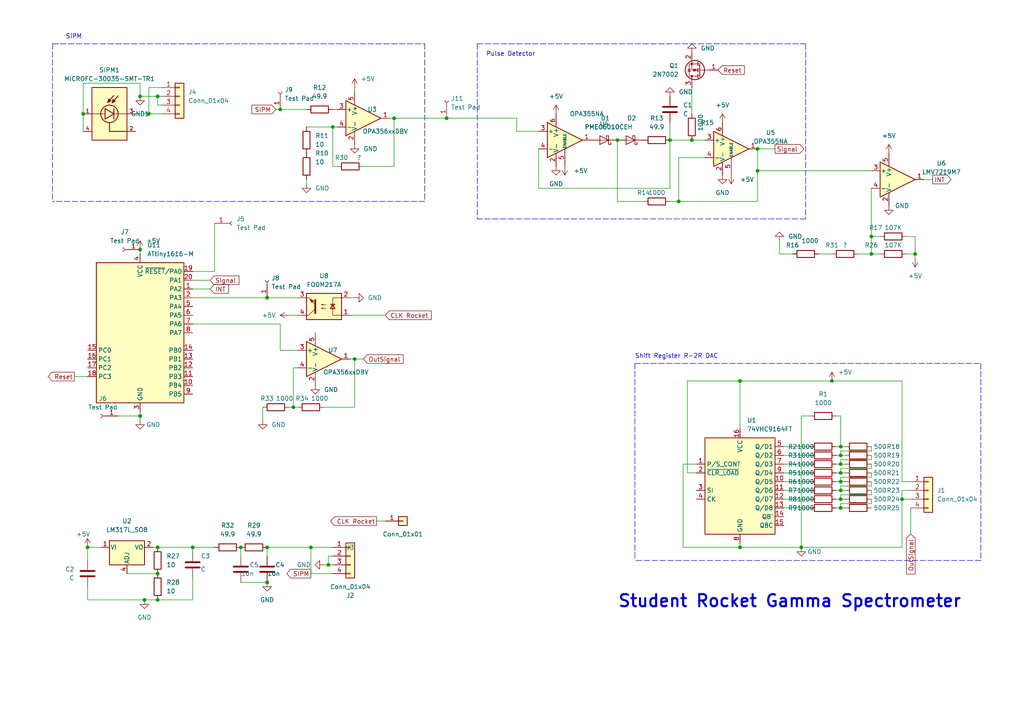
<source format=kicad_sch>
(kicad_sch (version 20211123) (generator eeschema)
  (paper "A4")
  (lib_symbols
    (symbol "74xx:74VHC9164FT"
      (property "Reference" "U" (at 5.08 16.51 0))
      (property "Value" "74VHC9164FT" (at -8.89 16.51 0))
      (symbol "74VHC9164FT_1_1"
        (rectangle (start -10.16 12.7) (end 10.16 -15.24) (stroke (width 0.254)) (fill (type background)))
        (pin input line (at -12.7 5.08 0) (length 2.54) (name "P/S_CONT") (number "1"))
        (pin bidirectional line (at 12.7 0 180) (length 2.54) (name "Q/D5") (number "10"))
        (pin bidirectional line (at 12.7 -2.54 180) (length 2.54) (name "Q/D6") (number "11"))
        (pin bidirectional line (at 12.7 -5.08 180) (length 2.54) (name "Q/D7") (number "12"))
        (pin bidirectional line (at 12.7 -7.62 180) (length 2.54) (name "Q/D8") (number "13"))
        (pin output line (at 12.7 -10.16 180) (length 2.54) (name "Q8'") (number "14"))
        (pin output line (at 12.7 -12.7 180) (length 2.54) (name "Q8C") (number "15"))
        (pin power_in line (at 0 15.24 270) (length 2.54) (name "VCC") (number "16"))
        (pin input line (at -12.7 2.54 0) (length 2.54) (name "~{CLR_LOAD}") (number "2"))
        (pin input line (at -12.7 -2.54 0) (length 2.54) (name "SI") (number "3"))
        (pin input line (at -12.7 -5.08 0) (length 2.54) (name "CK") (number "4"))
        (pin bidirectional line (at 12.7 10.16 180) (length 2.54) (name "Q/D1") (number "5"))
        (pin bidirectional line (at 12.7 7.62 180) (length 2.54) (name "Q/D2") (number "6"))
        (pin bidirectional line (at 12.7 5.08 180) (length 2.54) (name "Q/D3") (number "7"))
        (pin power_in line (at 0 -17.78 90) (length 2.54) (name "GND") (number "8"))
        (pin bidirectional line (at 12.7 2.54 180) (length 2.54) (name "Q/D4") (number "9"))
      )
    )
    (symbol "Amplifier_Operational:OPA355NA" (pin_names (offset 0.127))
      (property "Reference" "U" (at 3.81 3.81 0))
      (property "Value" "OPA355NA" (at 3.81 -3.81 0))
      (symbol "OPA355NA_0_1"
        (polyline (pts (xy -5.08 5.08) (xy 5.08 0) (xy -5.08 -5.08) (xy -5.08 5.08)) (stroke (width 0.254)) (fill (type background)))
      )
      (symbol "OPA355NA_1_1"
        (pin output line (at 7.62 0 180) (length 2.54) (name "~") (number "1"))
        (pin power_in line (at -2.54 -7.62 90) (length 3.81) (name "V-") (number "2"))
        (pin input line (at -7.62 2.54 0) (length 2.54) (name "+") (number "3"))
        (pin input line (at -7.62 -2.54 0) (length 2.54) (name "-") (number "4"))
        (pin input line (at 0 -7.62 90) (length 5.08) (name "ENABLE") (number "5"))
        (pin power_in line (at -2.54 7.62 270) (length 3.81) (name "V+") (number "6"))
      )
    )
    (symbol "Amplifier_Operational:OPA356xxDBV" (pin_names (offset 0.127))
      (property "Reference" "U" (at -1.27 6.35 0))
      (property "Value" "OPA356xxDBV" (at -1.27 3.81 0))
      (symbol "OPA356xxDBV_0_1"
        (polyline (pts (xy -5.08 5.08) (xy 5.08 0) (xy -5.08 -5.08) (xy -5.08 5.08)) (stroke (width 0.254)) (fill (type background)))
        (pin power_in line (at -2.54 -7.62 90) (length 3.81) (name "V-") (number "2"))
        (pin power_in line (at -2.54 7.62 270) (length 3.81) (name "V+") (number "5"))
      )
      (symbol "OPA356xxDBV_1_1"
        (pin output line (at 7.62 0 180) (length 2.54) (name "~") (number "1"))
        (pin input line (at -7.62 2.54 0) (length 2.54) (name "+") (number "3"))
        (pin input line (at -7.62 -2.54 0) (length 2.54) (name "-") (number "4"))
      )
    )
    (symbol "Comparator:LMV7219M7" (pin_names (offset 0.127))
      (property "Reference" "U" (at -1.27 6.35 0))
      (property "Value" "LMV7219M7" (at -1.27 3.81 0))
      (symbol "LMV7219M7_0_1"
        (polyline (pts (xy -5.08 5.08) (xy 5.08 0) (xy -5.08 -5.08) (xy -5.08 5.08)) (stroke (width 0.254)) (fill (type background)))
        (pin power_in line (at -2.54 -7.62 90) (length 3.81) (name "V-") (number "2"))
        (pin power_in line (at -2.54 7.62 270) (length 3.81) (name "V+") (number "5"))
      )
      (symbol "LMV7219M7_1_1"
        (pin output line (at 7.62 0 180) (length 2.54) (name "~") (number "1"))
        (pin input line (at -7.62 2.54 0) (length 2.54) (name "+") (number "3"))
        (pin input line (at -7.62 -2.54 0) (length 2.54) (name "-") (number "4"))
      )
    )
    (symbol "Connector:Conn_01x01_Female" (pin_names (offset 1.016) hide)
      (property "Reference" "J" (at 0 2.54 0))
      (property "Value" "Conn_01x01_Female" (at 0 -2.54 0))
      (symbol "Conn_01x01_Female_1_1"
        (polyline (pts (xy -1.27 0) (xy -0.508 0)) (stroke (width 0.1524)))
        (arc (start 0 0.508) (mid -0.508 0) (end 0 -0.508) (stroke (width 0.1524)))
        (pin passive line (at -5.08 0 0) (length 3.81) (name "Pin_1") (number "1"))
      )
    )
    (symbol "Connector_Generic:Conn_01x01" (pin_names (offset 1.016) hide)
      (property "Reference" "J" (at 0 2.54 0))
      (property "Value" "Conn_01x01" (at 0 -2.54 0))
      (symbol "Conn_01x01_1_1"
        (rectangle (start -1.27 0.127) (end 0 -0.127) (stroke (width 0.1524)))
        (rectangle (start -1.27 1.27) (end 1.27 -1.27) (stroke (width 0.254)) (fill (type background)))
        (pin passive line (at -5.08 0 0) (length 3.81) (name "Pin_1") (number "1"))
      )
    )
    (symbol "Connector_Generic:Conn_01x04" (pin_names (offset 1.016) hide)
      (property "Reference" "J" (at 0 5.08 0))
      (property "Value" "Conn_01x04" (at 0 -7.62 0))
      (symbol "Conn_01x04_1_1"
        (rectangle (start -1.27 -4.953) (end 0 -5.207) (stroke (width 0.1524)))
        (rectangle (start -1.27 -2.413) (end 0 -2.667) (stroke (width 0.1524)))
        (rectangle (start -1.27 0.127) (end 0 -0.127) (stroke (width 0.1524)))
        (rectangle (start -1.27 2.667) (end 0 2.413) (stroke (width 0.1524)))
        (rectangle (start -1.27 3.81) (end 1.27 -6.35) (stroke (width 0.254)) (fill (type background)))
        (pin passive line (at -5.08 2.54 0) (length 3.81) (name "Pin_1") (number "1"))
        (pin passive line (at -5.08 0 0) (length 3.81) (name "Pin_2") (number "2"))
        (pin passive line (at -5.08 -2.54 0) (length 3.81) (name "Pin_3") (number "3"))
        (pin passive line (at -5.08 -5.08 0) (length 3.81) (name "Pin_4") (number "4"))
      )
    )
    (symbol "Device:C" (pin_numbers hide) (pin_names (offset 0.254))
      (property "Reference" "C" (at 0.635 2.54 0))
      (property "Value" "C" (at 0.635 -2.54 0))
      (symbol "C_0_1"
        (polyline (pts (xy -2.032 -0.762) (xy 2.032 -0.762)) (stroke (width 0.508)))
        (polyline (pts (xy -2.032 0.762) (xy 2.032 0.762)) (stroke (width 0.508)))
      )
      (symbol "C_1_1"
        (pin passive line (at 0 3.81 270) (length 2.794) (name "~") (number "1"))
        (pin passive line (at 0 -3.81 90) (length 2.794) (name "~") (number "2"))
      )
    )
    (symbol "Device:R" (pin_numbers hide) (pin_names (offset 0))
      (property "Reference" "R" (at 2.032 0 90))
      (property "Value" "R" (at 0 0 90))
      (symbol "R_0_1"
        (rectangle (start -1.016 -2.54) (end 1.016 2.54) (stroke (width 0.254)))
      )
      (symbol "R_1_1"
        (pin passive line (at 0 3.81 270) (length 1.27) (name "~") (number "1"))
        (pin passive line (at 0 -3.81 90) (length 1.27) (name "~") (number "2"))
      )
    )
    (symbol "Diode:PMEG6010CEH" (pin_numbers hide) (pin_names hide)
      (property "Reference" "D" (at 0 2.54 0))
      (property "Value" "PMEG6010CEH" (at 0 -2.54 0))
      (symbol "PMEG6010CEH_0_1"
        (polyline (pts (xy 1.27 0) (xy -1.27 0)))
        (polyline (pts (xy 1.27 1.27) (xy 1.27 -1.27) (xy -1.27 0) (xy 1.27 1.27)) (stroke (width 0.2032)))
        (polyline (pts (xy -1.905 0.635) (xy -1.905 1.27) (xy -1.27 1.27) (xy -1.27 -1.27) (xy -0.635 -1.27) (xy -0.635 -0.635)) (stroke (width 0.2032)))
      )
      (symbol "PMEG6010CEH_1_1"
        (pin passive line (at -3.81 0 0) (length 2.54) (name "K") (number "1"))
        (pin passive line (at 3.81 0 180) (length 2.54) (name "A") (number "2"))
      )
    )
    (symbol "Isolator:FODM217A"
      (property "Reference" "U" (at -5.08 5.08 0))
      (property "Value" "FODM217A" (at 0 5.08 0))
      (symbol "FODM217A_0_1"
        (rectangle (start -5.08 3.81) (end 5.08 -3.81) (stroke (width 0.254)) (fill (type background)))
        (polyline (pts (xy -3.175 -0.635) (xy -1.905 -0.635)) (stroke (width 0.254)))
        (polyline (pts (xy 2.54 0.635) (xy 4.445 2.54)))
        (polyline (pts (xy 4.445 -2.54) (xy 2.54 -0.635)) (fill (type outline)))
        (polyline (pts (xy 4.445 -2.54) (xy 5.08 -2.54)))
        (polyline (pts (xy 4.445 2.54) (xy 5.08 2.54)))
        (polyline (pts (xy -5.08 2.54) (xy -2.54 2.54) (xy -2.54 -0.635)))
        (polyline (pts (xy -2.54 -0.635) (xy -2.54 -2.54) (xy -5.08 -2.54)))
        (polyline (pts (xy 2.54 1.905) (xy 2.54 -1.905) (xy 2.54 -1.905)) (stroke (width 0.508)))
        (polyline (pts (xy -2.54 -0.635) (xy -3.175 0.635) (xy -1.905 0.635) (xy -2.54 -0.635)) (stroke (width 0.254)))
        (polyline (pts (xy -0.508 -0.508) (xy 0.762 -0.508) (xy 0.381 -0.635) (xy 0.381 -0.381) (xy 0.762 -0.508)))
        (polyline (pts (xy -0.508 0.508) (xy 0.762 0.508) (xy 0.381 0.381) (xy 0.381 0.635) (xy 0.762 0.508)))
        (polyline (pts (xy 3.048 -1.651) (xy 3.556 -1.143) (xy 4.064 -2.159) (xy 3.048 -1.651) (xy 3.048 -1.651)) (fill (type outline)))
      )
      (symbol "FODM217A_1_1"
        (pin passive line (at -7.62 2.54 0) (length 2.54) (name "~") (number "1"))
        (pin passive line (at -7.62 -2.54 0) (length 2.54) (name "~") (number "2"))
        (pin passive line (at 7.62 -2.54 180) (length 2.54) (name "~") (number "3"))
        (pin passive line (at 7.62 2.54 180) (length 2.54) (name "~") (number "4"))
      )
    )
    (symbol "MCU_Microchip_ATtiny:ATtiny1616-M"
      (property "Reference" "U" (at -12.7 21.59 0))
      (property "Value" "ATtiny1616-M" (at 2.54 -21.59 0))
      (symbol "ATtiny1616-M_0_1"
        (rectangle (start -12.7 -20.32) (end 12.7 20.32) (stroke (width 0.254)) (fill (type background)))
      )
      (symbol "ATtiny1616-M_1_1"
        (pin bidirectional line (at 15.24 12.7 180) (length 2.54) (name "PA2") (number "1"))
        (pin bidirectional line (at 15.24 -15.24 180) (length 2.54) (name "PB4") (number "10"))
        (pin bidirectional line (at 15.24 -12.7 180) (length 2.54) (name "PB3") (number "11"))
        (pin bidirectional line (at 15.24 -10.16 180) (length 2.54) (name "PB2") (number "12"))
        (pin bidirectional line (at 15.24 -7.62 180) (length 2.54) (name "PB1") (number "13"))
        (pin bidirectional line (at 15.24 -5.08 180) (length 2.54) (name "PB0") (number "14"))
        (pin bidirectional line (at -15.24 -5.08 0) (length 2.54) (name "PC0") (number "15"))
        (pin bidirectional line (at -15.24 -7.62 0) (length 2.54) (name "PC1") (number "16"))
        (pin bidirectional line (at -15.24 -10.16 0) (length 2.54) (name "PC2") (number "17"))
        (pin bidirectional line (at -15.24 -12.7 0) (length 2.54) (name "PC3") (number "18"))
        (pin bidirectional line (at 15.24 17.78 180) (length 2.54) (name "~{RESET}/PA0") (number "19"))
        (pin bidirectional line (at 15.24 10.16 180) (length 2.54) (name "PA3") (number "2"))
        (pin bidirectional line (at 15.24 15.24 180) (length 2.54) (name "PA1") (number "20"))
        (pin passive line (at 0 -22.86 90) (length 2.54) hide (name "GND") (number "21"))
        (pin power_in line (at 0 -22.86 90) (length 2.54) (name "GND") (number "3"))
        (pin power_in line (at 0 22.86 270) (length 2.54) (name "VCC") (number "4"))
        (pin bidirectional line (at 15.24 7.62 180) (length 2.54) (name "PA4") (number "5"))
        (pin bidirectional line (at 15.24 5.08 180) (length 2.54) (name "PA5") (number "6"))
        (pin bidirectional line (at 15.24 2.54 180) (length 2.54) (name "PA6") (number "7"))
        (pin bidirectional line (at 15.24 0 180) (length 2.54) (name "PA7") (number "8"))
        (pin bidirectional line (at 15.24 -17.78 180) (length 2.54) (name "PB5") (number "9"))
      )
    )
    (symbol "MICROFC-30035-SMT-TR1:MICROFC-30035-SMT-TR1" (pin_names (offset 1.016))
      (property "Reference" "U" (at -4.3688 10.8458 0))
      (property "Value" "MICROFC-30035-SMT-TR1" (at -4.826 -7.112 0))
      (symbol "MICROFC-30035-SMT-TR1_0_0"
        (rectangle (start -5.08 -5.08) (end 5.08 10.16) (stroke (width 0.254)) (fill (type background)))
        (polyline (pts (xy -1.27 1.016) (xy 1.27 2.54)) (stroke (width 0.254)))
        (polyline (pts (xy -1.27 2.54) (xy -5.08 2.54)) (stroke (width 0.1524)))
        (polyline (pts (xy -1.27 2.54) (xy -1.27 1.016)) (stroke (width 0.254)))
        (polyline (pts (xy -1.27 4.064) (xy -1.27 2.54)) (stroke (width 0.254)))
        (polyline (pts (xy -0.508 5.842) (xy -0.1778 6.8072)) (stroke (width 0.254)))
        (polyline (pts (xy -0.508 5.842) (xy 1.27 7.874)) (stroke (width 0.254)))
        (polyline (pts (xy -0.2032 6.0706) (xy -0.0762 6.0706)) (stroke (width 0.254)))
        (polyline (pts (xy -0.1778 6.8072) (xy -0.2032 6.0706)) (stroke (width 0.254)))
        (polyline (pts (xy -0.1778 6.8072) (xy 0.381 6.3246)) (stroke (width 0.254)))
        (polyline (pts (xy 0 -2.54) (xy 5.08 -2.54)) (stroke (width 0.254)))
        (polyline (pts (xy 0 0) (xy 0 -2.54)) (stroke (width 0.254)))
        (polyline (pts (xy 0.2032 6.4008) (xy -0.0254 6.2484)) (stroke (width 0.254)))
        (polyline (pts (xy 0.381 6.3246) (xy -0.508 5.842)) (stroke (width 0.254)))
        (polyline (pts (xy 0.7366 5.7404) (xy 1.0668 6.7056)) (stroke (width 0.254)))
        (polyline (pts (xy 0.7366 5.7404) (xy 2.5146 7.7724)) (stroke (width 0.254)))
        (polyline (pts (xy 1.0414 5.969) (xy 1.1684 5.969)) (stroke (width 0.254)))
        (polyline (pts (xy 1.0668 6.7056) (xy 1.0414 5.969)) (stroke (width 0.254)))
        (polyline (pts (xy 1.0668 6.7056) (xy 1.6256 6.223)) (stroke (width 0.254)))
        (polyline (pts (xy 1.27 2.54) (xy -1.27 4.064)) (stroke (width 0.254)))
        (polyline (pts (xy 1.27 2.54) (xy 1.27 1.016)) (stroke (width 0.254)))
        (polyline (pts (xy 1.27 4.064) (xy 1.27 2.54)) (stroke (width 0.254)))
        (polyline (pts (xy 1.4478 6.2992) (xy 1.2192 6.1468)) (stroke (width 0.254)))
        (polyline (pts (xy 1.6256 6.223) (xy 0.7366 5.7404)) (stroke (width 0.254)))
        (polyline (pts (xy 5.08 2.54) (xy 1.27 2.54)) (stroke (width 0.1524)))
        (circle (center 0 2.54) (radius 2.54) (stroke (width 0.254)))
        (pin passive line (at -7.62 2.54 0) (length 2.54) (name "~") (number "1"))
        (pin output line (at 7.62 -2.54 180) (length 2.54) (name "~") (number "2"))
        (pin passive line (at 7.62 2.54 180) (length 2.54) (name "~") (number "3"))
        (pin passive line (at -7.62 -2.54 0) (length 2.54) (name "~") (number "4"))
      )
    )
    (symbol "Regulator_Linear:LM317L_SO8" (pin_names (offset 0.254))
      (property "Reference" "U" (at -3.81 3.175 0))
      (property "Value" "LM317L_SO8" (at 0 3.175 0))
      (symbol "LM317L_SO8_0_1"
        (rectangle (start -5.08 1.905) (end 5.08 -5.08) (stroke (width 0.254)) (fill (type background)))
      )
      (symbol "LM317L_SO8_1_1"
        (pin power_in line (at -7.62 0 0) (length 2.54) (name "VI") (number "1"))
        (pin power_out line (at 7.62 0 180) (length 2.54) (name "VO") (number "2"))
        (pin passive line (at 7.62 0 180) (length 2.54) hide (name "VO") (number "3"))
        (pin input line (at 0 -7.62 90) (length 2.54) (name "ADJ") (number "4"))
        (pin no_connect line (at -7.62 -2.54 0) (length 2.54) hide (name "NC") (number "5"))
        (pin passive line (at 7.62 0 180) (length 2.54) hide (name "VO") (number "6"))
        (pin passive line (at 7.62 0 180) (length 2.54) hide (name "VO") (number "7"))
        (pin no_connect line (at 7.62 -2.54 180) (length 2.54) hide (name "NC") (number "8"))
      )
    )
    (symbol "Transistor_FET:2N7002" (pin_names hide)
      (property "Reference" "Q" (at 5.08 1.905 0))
      (property "Value" "2N7002" (at 5.08 0 0))
      (symbol "2N7002_0_1"
        (polyline (pts (xy 0.254 0) (xy -2.54 0)))
        (polyline (pts (xy 0.254 1.905) (xy 0.254 -1.905)) (stroke (width 0.254)))
        (polyline (pts (xy 0.762 -1.27) (xy 0.762 -2.286)) (stroke (width 0.254)))
        (polyline (pts (xy 0.762 0.508) (xy 0.762 -0.508)) (stroke (width 0.254)))
        (polyline (pts (xy 0.762 2.286) (xy 0.762 1.27)) (stroke (width 0.254)))
        (polyline (pts (xy 2.54 2.54) (xy 2.54 1.778)))
        (polyline (pts (xy 2.54 -2.54) (xy 2.54 0) (xy 0.762 0)))
        (polyline (pts (xy 0.762 -1.778) (xy 3.302 -1.778) (xy 3.302 1.778) (xy 0.762 1.778)))
        (polyline (pts (xy 1.016 0) (xy 2.032 0.381) (xy 2.032 -0.381) (xy 1.016 0)) (fill (type outline)))
        (polyline (pts (xy 2.794 0.508) (xy 2.921 0.381) (xy 3.683 0.381) (xy 3.81 0.254)))
        (polyline (pts (xy 3.302 0.381) (xy 2.921 -0.254) (xy 3.683 -0.254) (xy 3.302 0.381)))
        (circle (center 1.651 0) (radius 2.794) (stroke (width 0.254)))
        (circle (center 2.54 -1.778) (radius 0.254) (fill (type outline)))
        (circle (center 2.54 1.778) (radius 0.254) (fill (type outline)))
      )
      (symbol "2N7002_1_1"
        (pin input line (at -5.08 0 0) (length 2.54) (name "G") (number "1"))
        (pin passive line (at 2.54 -5.08 90) (length 2.54) (name "S") (number "2"))
        (pin passive line (at 2.54 5.08 270) (length 2.54) (name "D") (number "3"))
      )
    )
    (symbol "power:+5V" (power) (pin_names (offset 0))
      (property "Value" "+5V" (at 0 3.556 0))
      (symbol "+5V_0_1"
        (polyline (pts (xy -0.762 1.27) (xy 0 2.54)))
        (polyline (pts (xy 0 0) (xy 0 2.54)))
        (polyline (pts (xy 0 2.54) (xy 0.762 1.27)))
      )
      (symbol "+5V_1_1"
        (pin power_in line (at 0 0 90) (length 0) hide (name "+5V") (number "1"))
      )
    )
    (symbol "power:GND" (power) (pin_names (offset 0))
      (property "Value" "GND" (at 0 -3.81 0))
      (symbol "GND_0_1"
        (polyline (pts (xy 0 0) (xy 0 -1.27) (xy 1.27 -1.27) (xy 0 -2.54) (xy -1.27 -1.27) (xy 0 -1.27)))
      )
      (symbol "GND_1_1"
        (pin power_in line (at 0 0 270) (length 0) hide (name "GND") (number "1"))
      )
    )
    (symbol "power:GND1" (power) (pin_names (offset 0))
      (property "Value" "GND1" (at 0 -3.81 0))
      (symbol "GND1_0_1"
        (polyline (pts (xy 0 0) (xy 0 -1.27) (xy 1.27 -1.27) (xy 0 -2.54) (xy -1.27 -1.27) (xy 0 -1.27)))
      )
      (symbol "GND1_1_1"
        (pin power_in line (at 0 0 270) (length 0) hide (name "GND1") (number "1"))
      )
    )
  )
  (junction (at 219.71 43.18))
  (junction (at 243.84 134.62))
  (junction (at 214.63 158.75))
  (junction (at 77.47 86.36))
  (junction (at 77.47 168.91))
  (junction (at 241.3 110.49))
  (junction (at 243.84 144.78))
  (junction (at 81.28 31.75))
  (junction (at 45.72 27.94))
  (junction (at 40.64 72.39))
  (junction (at 243.84 147.32))
  (junction (at 114.3 34.29))
  (junction (at 90.17 158.75))
  (junction (at 43.18 33.02))
  (junction (at 69.85 158.75))
  (junction (at 200.66 40.64))
  (junction (at 55.88 158.75))
  (junction (at 261.62 144.78))
  (junction (at 252.73 73.66))
  (junction (at 85.09 118.11))
  (junction (at 179.07 40.64))
  (junction (at 243.84 129.54))
  (junction (at 243.84 142.24))
  (junction (at 40.64 120.65))
  (junction (at 45.72 158.75))
  (junction (at 45.72 166.37))
  (junction (at 77.47 158.75))
  (junction (at 252.73 68.58))
  (junction (at 243.84 139.7))
  (junction (at 219.71 49.53))
  (junction (at 25.4 158.75))
  (junction (at 129.54 34.29))
  (junction (at 194.31 40.64))
  (junction (at 232.41 158.75))
  (junction (at 243.84 132.08))
  (junction (at 24.13 33.02))
  (junction (at 243.84 137.16))
  (junction (at 196.85 58.42))
  (junction (at 40.64 27.94))
  (junction (at 96.52 36.83))
  (junction (at 45.72 173.99))
  (junction (at 95.25 163.83))
  (junction (at 265.43 73.66))
  (junction (at 102.87 104.14))
  (junction (at 214.63 110.49))
  (junction (at 41.91 173.99))
  (wire (pts (xy 242.57 139.7) (xy 243.84 139.7)))
  (wire (pts (xy 264.16 142.24) (xy 261.62 142.24)))
  (wire (pts (xy 40.64 73.66) (xy 40.64 72.39)))
  (wire (pts (xy 85.09 106.68) (xy 85.09 118.11)))
  (wire (pts (xy 262.89 68.58) (xy 265.43 68.58)))
  (wire (pts (xy 45.72 173.99) (xy 55.88 173.99)))
  (wire (pts (xy 227.33 132.08) (xy 234.95 132.08)))
  (wire (pts (xy 243.84 143.51) (xy 252.73 143.51)))
  (wire (pts (xy 242.57 142.24) (xy 243.84 142.24)))
  (wire (pts (xy 227.33 137.16) (xy 234.95 137.16)))
  (polyline (pts (xy 284.48 162.56) (xy 184.15 162.56)))
  (wire (pts (xy 227.33 147.32) (xy 234.95 147.32)))
  (wire (pts (xy 102.87 104.14) (xy 102.87 118.11)))
  (wire (pts (xy 77.47 86.36) (xy 86.36 86.36)))
  (wire (pts (xy 179.07 58.42) (xy 186.69 58.42)))
  (wire (pts (xy 36.83 166.37) (xy 45.72 166.37)))
  (wire (pts (xy 198.12 134.62) (xy 198.12 158.75)))
  (wire (pts (xy 214.63 157.48) (xy 214.63 158.75)))
  (wire (pts (xy 194.31 40.64) (xy 200.66 40.64)))
  (wire (pts (xy 242.57 120.65) (xy 243.84 120.65)))
  (wire (pts (xy 88.9 36.83) (xy 96.52 36.83)))
  (polyline (pts (xy 138.43 12.7) (xy 233.68 12.7)))
  (wire (pts (xy 242.57 144.78) (xy 243.84 144.78)))
  (wire (pts (xy 83.82 91.44) (xy 86.36 91.44)))
  (wire (pts (xy 252.73 134.62) (xy 252.73 135.89)))
  (wire (pts (xy 55.88 158.75) (xy 55.88 160.02)))
  (wire (pts (xy 86.36 106.68) (xy 85.09 106.68)))
  (wire (pts (xy 69.85 158.75) (xy 69.85 161.29)))
  (wire (pts (xy 219.71 49.53) (xy 219.71 58.42)))
  (wire (pts (xy 214.63 110.49) (xy 214.63 124.46)))
  (wire (pts (xy 241.3 110.49) (xy 261.62 110.49)))
  (wire (pts (xy 77.47 158.75) (xy 90.17 158.75)))
  (wire (pts (xy 227.33 139.7) (xy 234.95 139.7)))
  (wire (pts (xy 252.73 139.7) (xy 252.73 140.97)))
  (wire (pts (xy 227.33 142.24) (xy 234.95 142.24)))
  (wire (pts (xy 242.57 132.08) (xy 243.84 132.08)))
  (wire (pts (xy 40.64 120.65) (xy 40.64 121.92)))
  (wire (pts (xy 243.84 142.24) (xy 245.11 142.24)))
  (wire (pts (xy 101.6 86.36) (xy 102.87 86.36)))
  (wire (pts (xy 113.03 34.29) (xy 114.3 34.29)))
  (wire (pts (xy 24.13 33.02) (xy 24.13 24.13)))
  (wire (pts (xy 219.71 43.18) (xy 224.79 43.18)))
  (wire (pts (xy 243.84 143.51) (xy 243.84 144.78)))
  (wire (pts (xy 45.72 27.94) (xy 45.72 30.48)))
  (wire (pts (xy 83.82 118.11) (xy 85.09 118.11)))
  (polyline (pts (xy 123.19 12.7) (xy 123.19 58.42)))
  (polyline (pts (xy 184.15 105.41) (xy 184.15 162.56)))
  (wire (pts (xy 267.97 52.07) (xy 270.51 52.07)))
  (wire (pts (xy 265.43 73.66) (xy 265.43 74.93)))
  (wire (pts (xy 77.47 158.75) (xy 77.47 161.29)))
  (wire (pts (xy 149.86 34.29) (xy 149.86 38.1)))
  (wire (pts (xy 97.79 36.83) (xy 96.52 36.83)))
  (wire (pts (xy 201.93 134.62) (xy 198.12 134.62)))
  (wire (pts (xy 243.84 139.7) (xy 245.11 139.7)))
  (polyline (pts (xy 15.24 12.7) (xy 123.19 12.7)))
  (wire (pts (xy 200.66 40.64) (xy 204.47 40.64)))
  (wire (pts (xy 81.28 31.75) (xy 88.9 31.75)))
  (wire (pts (xy 243.84 138.43) (xy 252.73 138.43)))
  (wire (pts (xy 96.52 31.75) (xy 97.79 31.75)))
  (wire (pts (xy 226.06 69.85) (xy 226.06 73.66)))
  (wire (pts (xy 252.73 137.16) (xy 252.73 138.43)))
  (wire (pts (xy 114.3 34.29) (xy 114.3 48.26)))
  (wire (pts (xy 196.85 45.72) (xy 204.47 45.72)))
  (wire (pts (xy 243.84 130.81) (xy 243.84 132.08)))
  (wire (pts (xy 243.84 140.97) (xy 243.84 142.24)))
  (wire (pts (xy 198.12 158.75) (xy 214.63 158.75)))
  (wire (pts (xy 243.84 137.16) (xy 245.11 137.16)))
  (wire (pts (xy 237.49 73.66) (xy 241.3 73.66)))
  (wire (pts (xy 243.84 146.05) (xy 243.84 147.32)))
  (wire (pts (xy 214.63 158.75) (xy 232.41 158.75)))
  (wire (pts (xy 255.27 73.66) (xy 252.73 73.66)))
  (wire (pts (xy 234.95 120.65) (xy 232.41 120.65)))
  (wire (pts (xy 102.87 104.14) (xy 105.41 104.14)))
  (wire (pts (xy 243.84 130.81) (xy 252.73 130.81)))
  (wire (pts (xy 194.31 40.64) (xy 194.31 54.61)))
  (wire (pts (xy 55.88 83.82) (xy 60.96 83.82)))
  (wire (pts (xy 25.4 158.75) (xy 25.4 162.56)))
  (wire (pts (xy 93.98 118.11) (xy 102.87 118.11)))
  (wire (pts (xy 243.84 133.35) (xy 252.73 133.35)))
  (wire (pts (xy 25.4 173.99) (xy 41.91 173.99)))
  (wire (pts (xy 45.72 158.75) (xy 55.88 158.75)))
  (wire (pts (xy 252.73 144.78) (xy 252.73 146.05)))
  (wire (pts (xy 129.54 34.29) (xy 149.86 34.29)))
  (wire (pts (xy 199.39 110.49) (xy 199.39 137.16)))
  (wire (pts (xy 255.27 68.58) (xy 252.73 68.58)))
  (wire (pts (xy 252.73 73.66) (xy 248.92 73.66)))
  (wire (pts (xy 55.88 158.75) (xy 62.23 158.75)))
  (wire (pts (xy 95.25 161.29) (xy 95.25 163.83)))
  (wire (pts (xy 219.71 43.18) (xy 219.71 49.53)))
  (wire (pts (xy 96.52 48.26) (xy 97.79 48.26)))
  (wire (pts (xy 81.28 101.6) (xy 86.36 101.6)))
  (polyline (pts (xy 184.15 105.41) (xy 284.48 105.41)))
  (wire (pts (xy 243.84 144.78) (xy 245.11 144.78)))
  (polyline (pts (xy 233.68 12.7) (xy 233.68 63.5)))
  (wire (pts (xy 264.16 147.32) (xy 264.16 154.94)))
  (wire (pts (xy 101.6 91.44) (xy 111.76 91.44)))
  (wire (pts (xy 76.2 118.11) (xy 76.2 121.92)))
  (wire (pts (xy 242.57 137.16) (xy 243.84 137.16)))
  (wire (pts (xy 243.84 135.89) (xy 243.84 137.16)))
  (wire (pts (xy 80.01 31.75) (xy 81.28 31.75)))
  (wire (pts (xy 43.18 25.4) (xy 43.18 33.02)))
  (wire (pts (xy 43.18 33.02) (xy 46.99 33.02)))
  (wire (pts (xy 261.62 144.78) (xy 261.62 158.75)))
  (wire (pts (xy 242.57 147.32) (xy 243.84 147.32)))
  (wire (pts (xy 85.09 118.11) (xy 86.36 118.11)))
  (wire (pts (xy 227.33 134.62) (xy 234.95 134.62)))
  (wire (pts (xy 243.84 120.65) (xy 243.84 129.54)))
  (wire (pts (xy 55.88 93.98) (xy 81.28 93.98)))
  (wire (pts (xy 252.73 68.58) (xy 252.73 73.66)))
  (wire (pts (xy 41.91 173.99) (xy 45.72 173.99)))
  (wire (pts (xy 46.99 30.48) (xy 45.72 30.48)))
  (wire (pts (xy 242.57 129.54) (xy 243.84 129.54)))
  (wire (pts (xy 24.13 24.13) (xy 40.64 24.13)))
  (wire (pts (xy 194.31 35.56) (xy 194.31 40.64)))
  (wire (pts (xy 90.17 158.75) (xy 90.17 166.37)))
  (wire (pts (xy 46.99 25.4) (xy 43.18 25.4)))
  (wire (pts (xy 40.64 119.38) (xy 40.64 120.65)))
  (wire (pts (xy 55.88 86.36) (xy 77.47 86.36)))
  (wire (pts (xy 227.33 129.54) (xy 234.95 129.54)))
  (wire (pts (xy 95.25 163.83) (xy 93.98 163.83)))
  (wire (pts (xy 96.52 161.29) (xy 95.25 161.29)))
  (wire (pts (xy 105.41 48.26) (xy 114.3 48.26)))
  (wire (pts (xy 102.87 25.4) (xy 102.87 26.67)))
  (wire (pts (xy 96.52 163.83) (xy 95.25 163.83)))
  (wire (pts (xy 81.28 93.98) (xy 81.28 101.6)))
  (polyline (pts (xy 15.24 12.7) (xy 15.24 58.42)))
  (wire (pts (xy 96.52 166.37) (xy 90.17 166.37)))
  (wire (pts (xy 232.41 158.75) (xy 261.62 158.75)))
  (polyline (pts (xy 233.68 63.5) (xy 138.43 63.5)))
  (wire (pts (xy 156.21 54.61) (xy 194.31 54.61)))
  (wire (pts (xy 200.66 25.4) (xy 200.66 33.02)))
  (wire (pts (xy 114.3 34.29) (xy 129.54 34.29)))
  (wire (pts (xy 265.43 68.58) (xy 265.43 73.66)))
  (wire (pts (xy 179.07 40.64) (xy 179.07 58.42)))
  (wire (pts (xy 243.84 140.97) (xy 252.73 140.97)))
  (wire (pts (xy 29.21 158.75) (xy 25.4 158.75)))
  (wire (pts (xy 40.64 27.94) (xy 45.72 27.94)))
  (wire (pts (xy 262.89 73.66) (xy 265.43 73.66)))
  (wire (pts (xy 96.52 158.75) (xy 90.17 158.75)))
  (wire (pts (xy 44.45 158.75) (xy 45.72 158.75)))
  (wire (pts (xy 194.31 58.42) (xy 196.85 58.42)))
  (wire (pts (xy 227.33 144.78) (xy 234.95 144.78)))
  (wire (pts (xy 40.64 24.13) (xy 40.64 27.94)))
  (wire (pts (xy 25.4 170.18) (xy 25.4 173.99)))
  (wire (pts (xy 219.71 49.53) (xy 252.73 49.53)))
  (wire (pts (xy 199.39 110.49) (xy 214.63 110.49)))
  (wire (pts (xy 62.23 78.74) (xy 62.23 64.77)))
  (wire (pts (xy 261.62 144.78) (xy 264.16 144.78)))
  (wire (pts (xy 34.29 120.65) (xy 40.64 120.65)))
  (wire (pts (xy 264.16 139.7) (xy 261.62 139.7)))
  (wire (pts (xy 243.84 134.62) (xy 242.57 134.62)))
  (wire (pts (xy 214.63 110.49) (xy 241.3 110.49)))
  (wire (pts (xy 196.85 58.42) (xy 219.71 58.42)))
  (wire (pts (xy 243.84 146.05) (xy 252.73 146.05)))
  (wire (pts (xy 39.37 33.02) (xy 43.18 33.02)))
  (wire (pts (xy 243.84 138.43) (xy 243.84 139.7)))
  (wire (pts (xy 55.88 81.28) (xy 60.96 81.28)))
  (wire (pts (xy 111.76 151.13) (xy 109.22 151.13)))
  (wire (pts (xy 55.88 167.64) (xy 55.88 173.99)))
  (polyline (pts (xy 284.48 105.41) (xy 284.48 162.56)))
  (wire (pts (xy 101.6 104.14) (xy 102.87 104.14)))
  (wire (pts (xy 243.84 135.89) (xy 252.73 135.89)))
  (wire (pts (xy 252.73 54.61) (xy 252.73 68.58)))
  (wire (pts (xy 243.84 129.54) (xy 245.11 129.54)))
  (wire (pts (xy 199.39 137.16) (xy 201.93 137.16)))
  (wire (pts (xy 232.41 120.65) (xy 232.41 158.75)))
  (wire (pts (xy 149.86 38.1) (xy 156.21 38.1)))
  (wire (pts (xy 88.9 52.07) (xy 88.9 53.34)))
  (wire (pts (xy 69.85 168.91) (xy 77.47 168.91)))
  (wire (pts (xy 46.99 27.94) (xy 45.72 27.94)))
  (wire (pts (xy 243.84 147.32) (xy 245.11 147.32)))
  (wire (pts (xy 24.13 33.02) (xy 24.13 38.1)))
  (wire (pts (xy 243.84 132.08) (xy 245.11 132.08)))
  (polyline (pts (xy 123.19 58.42) (xy 15.24 58.42)))
  (polyline (pts (xy 138.43 12.7) (xy 138.43 63.5)))
  (wire (pts (xy 243.84 134.62) (xy 245.11 134.62)))
  (wire (pts (xy 252.73 142.24) (xy 252.73 143.51)))
  (wire (pts (xy 55.88 78.74) (xy 62.23 78.74)))
  (wire (pts (xy 196.85 58.42) (xy 196.85 45.72)))
  (wire (pts (xy 21.59 109.22) (xy 25.4 109.22)))
  (wire (pts (xy 226.06 73.66) (xy 229.87 73.66)))
  (wire (pts (xy 261.62 139.7) (xy 261.62 110.49)))
  (wire (pts (xy 261.62 142.24) (xy 261.62 144.78)))
  (wire (pts (xy 252.73 129.54) (xy 252.73 130.81)))
  (wire (pts (xy 252.73 132.08) (xy 252.73 133.35)))
  (wire (pts (xy 156.21 43.18) (xy 156.21 54.61)))
  (wire (pts (xy 96.52 36.83) (xy 96.52 48.26)))
  (wire (pts (xy 243.84 133.35) (xy 243.84 134.62)))
  (text "Shift Register R-2R DAC" (at 184.15 104.14 0) (effects (font (size 1.27 1.27)) (justify left bottom)))
  (text "Student Rocket Gamma Spectrometer" (at 179.07 176.53 0) (effects (font (size 3.5 3.5) (thickness 0.6) bold) (justify left bottom)))
  (text "SiPM" (at 19.05 11.43 0) (effects (font (size 1.27 1.27)) (justify left bottom)))
  (text "Pulse Detector" (at 140.97 16.51 0) (effects (font (size 1.27 1.27)) (justify left bottom)))
  (global_label "OutSignal" (shape input) (at 264.16 154.94 270) (property "Intersheet References" "${INTERSHEET_REFS}" (effects hide)))
  (global_label "SIPM" (shape input) (at 80.01 31.75 180) (property "Intersheet References" "${INTERSHEET_REFS}" (effects hide)))
  (global_label "Reset" (shape input) (at 208.28 20.32 0) (property "Intersheet References" "${INTERSHEET_REFS}" (effects hide)))
  (global_label "SIPM" (shape output) (at 90.17 166.37 180) (property "Intersheet References" "${INTERSHEET_REFS}" (effects hide)))
  (global_label "Signal" (shape output) (at 224.79 43.18 0) (property "Intersheet References" "${INTERSHEET_REFS}" (effects hide)))
  (global_label "OutSignal" (shape input) (at 105.41 104.14 0) (property "Intersheet References" "${INTERSHEET_REFS}" (effects hide)))
  (global_label "INT" (shape output) (at 270.51 52.07 0) (property "Intersheet References" "${INTERSHEET_REFS}" (effects hide)))
  (global_label "Signal" (shape input) (at 60.96 81.28 0) (property "Intersheet References" "${INTERSHEET_REFS}" (effects hide)))
  (global_label "INT" (shape input) (at 60.96 83.82 0) (property "Intersheet References" "${INTERSHEET_REFS}" (effects hide)))
  (global_label "CLK Rocket" (shape output) (at 109.22 151.13 180) (property "Intersheet References" "${INTERSHEET_REFS}" (effects hide)))
  (global_label "CLK Rocket" (shape input) (at 111.76 91.44 0) (property "Intersheet References" "${INTERSHEET_REFS}" (effects hide)))
  (global_label "Reset" (shape output) (at 21.59 109.22 180) (property "Intersheet References" "${INTERSHEET_REFS}" (effects hide)))
  (symbol (lib_id "power:+5V") (at 25.4 158.75 0) (unit 1)
    (property "Reference" "#PWR0121" (effects hide))
    (property "Value" "+5V" (at 24.13 154.94 0))
  )
  (symbol (lib_id "Device:C") (at 55.88 163.83 0) (mirror x) (unit 1)
    (property "Reference" "C3" (at 60.96 161.29 0) (effects (justify right)))
    (property "Value" "C" (at 59.69 165.1 0) (effects (justify right)))
    (property "Footprint" "Capacitor_SMD:C_0805_2012Metric_Pad1.18x1.45mm_HandSolder" (effects hide))
  )
  (symbol (lib_id "Amplifier_Operational:OPA356xxDBV") (at 93.98 104.14 0) (unit 1)
    (property "Reference" "U7" (at 96.52 101.6 0))
    (property "Value" "OPA356xxDBV" (at 100.33 107.95 0))
    (property "Footprint" "Package_TO_SOT_SMD:SOT-23-5" (effects hide))
    (property "Datasheet" "http://www.ti.com/lit/ds/symlink/opa356.pdf" (effects hide))
  )
  (symbol (lib_id "power:+5V") (at 163.83 48.26 180) (unit 1)
    (property "Reference" "#PWR0110" (effects hide))
    (property "Value" "+5V" (at 166.37 49.5299 0) (effects (justify right)))
  )
  (symbol (lib_id "power:+5V") (at 257.81 44.45 0) (unit 1)
    (property "Reference" "#PWR0118" (effects hide))
    (property "Value" "+5V" (at 257.81 39.37 0))
  )
  (symbol (lib_id "power:+5V") (at 102.87 25.4 0) (unit 1)
    (property "Reference" "#PWR0111" (effects hide))
    (property "Value" "+5V" (at 106.68 22.86 0))
  )
  (symbol (lib_id "Device:R") (at 245.11 73.66 90) (unit 1)
    (property "Reference" "R31" (at 241.3 71.12 90))
    (property "Value" "?" (at 245.11 71.12 90))
    (property "Footprint" "Resistor_SMD:R_0805_2012Metric_Pad1.20x1.40mm_HandSolder" (effects hide))
  )
  (symbol (lib_id "Amplifier_Operational:OPA355NA") (at 163.83 40.64 0) (unit 1)
    (property "Reference" "U4" (at 175.26 35.941 0))
    (property "Value" "OPA355NA" (at 170.18 33.02 0))
    (property "Footprint" "Package_TO_SOT_SMD:SOT-23-6" (effects hide))
    (property "Datasheet" "http://www.ti.com/lit/ds/symlink/opa355.pdf" (effects hide))
  )
  (symbol (lib_id "power:GND") (at 194.31 27.94 180) (unit 1)
    (property "Reference" "#PWR0105" (effects hide))
    (property "Value" "GND" (at 196.85 26.6699 0) (effects (justify right)))
  )
  (symbol (lib_id "Device:C") (at 77.47 165.1 0) (unit 1)
    (property "Reference" "C4" (at 82.55 163.83 0) (effects (justify right)))
    (property "Value" "10n" (at 81.28 166.3699 0) (effects (justify right)))
    (property "Footprint" "Capacitor_SMD:C_0805_2012Metric_Pad1.18x1.45mm_HandSolder" (effects hide))
  )
  (symbol (lib_id "Connector:Conn_01x01_Female") (at 35.56 72.39 180) (unit 1)
    (property "Reference" "J7" (at 36.195 67.31 0))
    (property "Value" "Test Pad" (at 36.195 69.85 0))
    (property "Footprint" "TestPoint:TestPoint_THTPad_1.0x1.0mm_Drill0.5mm" (effects hide))
  )
  (symbol (lib_id "Regulator_Linear:LM317L_SO8") (at 36.83 158.75 0) (unit 1)
    (property "Reference" "U2" (at 36.83 151.13 0))
    (property "Value" "LM317L_SO8" (at 36.83 153.67 0))
    (property "Footprint" "Package_SO:SOIC-8_3.9x4.9mm_P1.27mm" (effects hide))
    (property "Datasheet" "http://www.ti.com/lit/ds/snvs775k/snvs775k.pdf" (effects hide))
  )
  (symbol (lib_id "Device:R") (at 248.92 134.62 270) (unit 1)
    (property "Reference" "R20" (at 259.08 134.62 90))
    (property "Value" "500" (at 255.27 134.62 90))
    (property "Footprint" "Resistor_SMD:R_0805_2012Metric_Pad1.20x1.40mm_HandSolder" (effects hide))
  )
  (symbol (lib_id "Device:R") (at 190.5 40.64 90) (unit 1)
    (property "Reference" "R13" (at 190.5 34.29 90))
    (property "Value" "49.9" (at 190.5 36.83 90))
    (property "Footprint" "Resistor_SMD:R_0805_2012Metric_Pad1.20x1.40mm_HandSolder" (effects hide))
  )
  (symbol (lib_id "Device:R") (at 238.76 134.62 90) (unit 1)
    (property "Reference" "R4" (at 229.87 134.62 90))
    (property "Value" "1000" (at 233.68 134.62 90))
    (property "Footprint" "Resistor_SMD:R_0805_2012Metric_Pad1.20x1.40mm_HandSolder" (effects hide))
  )
  (symbol (lib_id "Device:C") (at 25.4 166.37 0) (mirror x) (unit 1)
    (property "Reference" "C2" (at 21.59 165.0999 0) (effects (justify right)))
    (property "Value" "C" (at 21.59 167.6399 0) (effects (justify right)))
    (property "Footprint" "Capacitor_SMD:C_0805_2012Metric_Pad1.18x1.45mm_HandSolder" (effects hide))
  )
  (symbol (lib_id "power:GND") (at 257.81 59.69 0) (unit 1)
    (property "Reference" "#PWR0116" (effects hide))
    (property "Value" "GND" (at 261.62 59.69 0))
  )
  (symbol (lib_id "power:GND") (at 40.64 121.92 0) (unit 1)
    (property "Reference" "#PWR0131" (effects hide))
    (property "Value" "GND" (at 44.45 123.19 0))
  )
  (symbol (lib_id "Device:R") (at 248.92 132.08 270) (unit 1)
    (property "Reference" "R19" (at 259.08 132.08 90))
    (property "Value" "500" (at 255.27 132.08 90))
    (property "Footprint" "Resistor_SMD:R_0805_2012Metric_Pad1.20x1.40mm_HandSolder" (effects hide))
  )
  (symbol (lib_id "Device:R") (at 259.08 73.66 90) (unit 1)
    (property "Reference" "R26" (at 252.73 71.12 90))
    (property "Value" "107K" (at 259.08 71.12 90))
    (property "Footprint" "Resistor_SMD:R_0805_2012Metric_Pad1.20x1.40mm_HandSolder" (effects hide))
  )
  (symbol (lib_id "Device:R") (at 233.68 73.66 90) (unit 1)
    (property "Reference" "R16" (at 229.87 71.12 90))
    (property "Value" "1000" (at 234.95 69.85 90))
    (property "Footprint" "Resistor_SMD:R_0805_2012Metric_Pad1.20x1.40mm_HandSolder" (effects hide))
  )
  (symbol (lib_id "MCU_Microchip_ATtiny:ATtiny1616-M") (at 40.64 96.52 0) (unit 1)
    (property "Reference" "U11" (at 42.6594 71.12 0) (effects (justify left)))
    (property "Value" "ATtiny1616-M" (at 42.6594 73.66 0) (effects (justify left)))
    (property "Footprint" "Package_DFN_QFN:VQFN-20-1EP_3x3mm_P0.4mm_EP1.7x1.7mm" (effects hide))
    (property "Datasheet" "http://ww1.microchip.com/downloads/en/DeviceDoc/ATtiny3216_ATtiny1616-data-sheet-40001997B.pdf" (effects hide))
  )
  (symbol (lib_id "power:+5V") (at 212.09 50.8 180) (unit 1)
    (property "Reference" "#PWR0104" (effects hide))
    (property "Value" "+5V" (at 214.63 52.0699 0) (effects (justify right)))
  )
  (symbol (lib_id "power:GND") (at 226.06 69.85 180) (unit 1)
    (property "Reference" "#PWR0119" (effects hide))
    (property "Value" "GND" (at 228.6 68.5799 0) (effects (justify right)))
  )
  (symbol (lib_id "Device:R") (at 238.76 139.7 90) (unit 1)
    (property "Reference" "R6" (at 229.87 139.7 90))
    (property "Value" "1000" (at 233.68 139.7 90))
    (property "Footprint" "Resistor_SMD:R_0805_2012Metric_Pad1.20x1.40mm_HandSolder" (effects hide))
  )
  (symbol (lib_id "Device:R") (at 238.76 137.16 90) (unit 1)
    (property "Reference" "R5" (at 229.87 137.16 90))
    (property "Value" "1000" (at 233.68 137.16 90))
    (property "Footprint" "Resistor_SMD:R_0805_2012Metric_Pad1.20x1.40mm_HandSolder" (effects hide))
  )
  (symbol (lib_id "Device:R") (at 90.17 118.11 270) (unit 1)
    (property "Reference" "R34" (at 87.63 115.57 90))
    (property "Value" "1000" (at 92.71 115.57 90))
    (property "Footprint" "Resistor_SMD:R_0805_2012Metric_Pad1.20x1.40mm_HandSolder" (effects hide))
  )
  (symbol (lib_id "Device:C") (at 194.31 31.75 0) (unit 1)
    (property "Reference" "C1" (at 198.12 30.4799 0) (effects (justify left)))
    (property "Value" "C" (at 198.12 33.0199 0) (effects (justify left)))
    (property "Footprint" "Capacitor_SMD:C_0805_2012Metric_Pad1.18x1.45mm_HandSolder" (effects hide))
  )
  (symbol (lib_id "power:GND") (at 77.47 168.91 0) (unit 1)
    (property "Reference" "#PWR0113" (effects hide))
    (property "Value" "GND" (at 77.47 173.99 0))
  )
  (symbol (lib_id "power:GND") (at 102.87 41.91 0) (unit 1)
    (property "Reference" "#PWR0112" (effects hide))
    (property "Value" "GND" (at 105.41 43.1799 0) (effects (justify left)))
  )
  (symbol (lib_id "Device:R") (at 200.66 36.83 180) (unit 1)
    (property "Reference" "R15" (at 203.2 35.5599 0) (effects (justify right)))
    (property "Value" "1000" (at 203.2 38.0999 90) (effects (justify right)))
    (property "Footprint" "Resistor_SMD:R_0805_2012Metric_Pad1.20x1.40mm_HandSolder" (effects hide))
  )
  (symbol (lib_id "Device:R") (at 248.92 137.16 270) (unit 1)
    (property "Reference" "R21" (at 259.08 137.16 90))
    (property "Value" "500" (at 255.27 137.16 90))
    (property "Footprint" "Resistor_SMD:R_0805_2012Metric_Pad1.20x1.40mm_HandSolder" (effects hide))
  )
  (symbol (lib_id "Device:R") (at 248.92 147.32 270) (unit 1)
    (property "Reference" "R25" (at 259.08 147.32 90))
    (property "Value" "500" (at 255.27 147.32 90))
    (property "Footprint" "Resistor_SMD:R_0805_2012Metric_Pad1.20x1.40mm_HandSolder" (effects hide))
  )
  (symbol (lib_id "Device:R") (at 45.72 170.18 180) (unit 1)
    (property "Reference" "R28" (at 48.26 168.9099 0) (effects (justify right)))
    (property "Value" "10" (at 48.26 171.4499 0) (effects (justify right)))
    (property "Footprint" "Resistor_SMD:R_0805_2012Metric_Pad1.20x1.40mm_HandSolder" (effects hide))
  )
  (symbol (lib_id "Device:R") (at 248.92 129.54 270) (unit 1)
    (property "Reference" "R18" (at 259.08 129.54 90))
    (property "Value" "500" (at 255.27 129.54 90))
    (property "Footprint" "Resistor_SMD:R_0805_2012Metric_Pad1.20x1.40mm_HandSolder" (effects hide))
  )
  (symbol (lib_id "Device:R") (at 80.01 118.11 270) (unit 1)
    (property "Reference" "R33" (at 77.47 115.57 90))
    (property "Value" "1000" (at 82.55 115.57 90))
    (property "Footprint" "Resistor_SMD:R_0805_2012Metric_Pad1.20x1.40mm_HandSolder" (effects hide))
  )
  (symbol (lib_id "power:+5V") (at 241.3 110.49 0) (unit 1)
    (property "Reference" "#PWR0102" (effects hide))
    (property "Value" "+5V" (at 245.11 107.95 0))
  )
  (symbol (lib_id "Device:C") (at 69.85 165.1 0) (unit 1)
    (property "Reference" "C5" (at 72.39 163.83 0) (effects (justify left)))
    (property "Value" "10n" (at 73.66 166.3699 0) (effects (justify right)))
    (property "Footprint" "Capacitor_SMD:C_0805_2012Metric_Pad1.18x1.45mm_HandSolder" (effects hide))
  )
  (symbol (lib_id "Device:R") (at 259.08 68.58 90) (unit 1)
    (property "Reference" "R17" (at 254 66.04 90))
    (property "Value" "107K" (at 259.08 66.04 90))
    (property "Footprint" "Resistor_SMD:R_0805_2012Metric_Pad1.20x1.40mm_HandSolder" (effects hide))
  )
  (symbol (lib_id "power:GND") (at 91.44 111.76 0) (unit 1)
    (property "Reference" "#PWR0125" (effects hide))
    (property "Value" "GND" (at 93.98 113.0299 0) (effects (justify left)))
  )
  (symbol (lib_id "power:GND") (at 93.98 163.83 270) (unit 1)
    (property "Reference" "#PWR0120" (effects hide))
    (property "Value" "GND" (at 90.17 163.8301 90) (effects (justify right)))
  )
  (symbol (lib_id "Connector:Conn_01x01_Female") (at 129.54 29.21 90) (unit 1)
    (property "Reference" "J11" (at 130.81 28.5749 90) (effects (justify right)))
    (property "Value" "Test Pad" (at 130.81 31.1149 90) (effects (justify right)))
    (property "Footprint" "TestPoint:TestPoint_THTPad_1.0x1.0mm_Drill0.5mm" (effects hide))
  )
  (symbol (lib_id "power:+5V") (at 83.82 91.44 90) (unit 1)
    (property "Reference" "#PWR0124" (effects hide))
    (property "Value" "+5V" (at 80.01 91.4399 90) (effects (justify left)))
  )
  (symbol (lib_id "74xx:74VHC9164FT") (at 214.63 139.7 0) (unit 1)
    (property "Reference" "U1" (at 216.6494 121.92 0) (effects (justify left)))
    (property "Value" "74VHC9164FT" (at 216.6494 124.46 0) (effects (justify left)))
    (property "Footprint" "Package_SO:TSSOP-16_4.4x5mm_P0.65mm" (effects hide))
    (property "Datasheet" "https://toshiba.semicon-storage.com/info/docget.jsp?did=15655&prodName=74VHC9164FT" (effects hide))
  )
  (symbol (lib_id "Connector_Generic:Conn_01x04") (at 101.6 161.29 0) (unit 1)
    (property "Reference" "J2" (at 101.6 172.72 0))
    (property "Value" "Conn_01x04" (at 101.6 170.18 0))
    (property "Footprint" "Connector_PinHeader_2.00mm:PinHeader_1x04_P2.00mm_Vertical" (effects hide))
  )
  (symbol (lib_id "Comparator:LMV7219M7") (at 260.35 52.07 0) (unit 1)
    (property "Reference" "U6" (at 273.05 47.371 0))
    (property "Value" "LMV7219M7" (at 273.05 49.911 0))
    (property "Footprint" "Package_TO_SOT_SMD:SOT-353_SC-70-5" (effects hide))
    (property "Datasheet" "https://www.ti.com/lit/ds/symlink/lmv7219.pdf" (effects hide))
  )
  (symbol (lib_id "Amplifier_Operational:OPA356xxDBV") (at 105.41 34.29 0) (unit 1)
    (property "Reference" "U3" (at 107.95 31.75 0))
    (property "Value" "OPA356xxDBV" (at 111.76 38.1 0))
    (property "Footprint" "Package_TO_SOT_SMD:SOT-23-5" (effects hide))
    (property "Datasheet" "http://www.ti.com/lit/ds/symlink/opa356.pdf" (effects hide))
  )
  (symbol (lib_id "Connector:Conn_01x01_Female") (at 67.31 64.77 0) (unit 1)
    (property "Reference" "J5" (at 68.58 63.4999 0) (effects (justify left)))
    (property "Value" "Test Pad" (at 68.58 66.0399 0) (effects (justify left)))
    (property "Footprint" "TestPoint:TestPoint_THTPad_1.0x1.0mm_Drill0.5mm" (effects hide))
  )
  (symbol (lib_id "power:+5V") (at 265.43 74.93 180) (unit 1)
    (property "Reference" "#PWR0117" (effects hide))
    (property "Value" "+5V" (at 265.43 80.01 0))
  )
  (symbol (lib_id "power:GND") (at 76.2 121.92 0) (unit 1)
    (property "Reference" "#PWR0126" (effects hide))
    (property "Value" "GND" (at 78.74 123.1899 0) (effects (justify left)))
  )
  (symbol (lib_id "power:GND1") (at 40.64 27.94 0) (unit 1)
    (property "Reference" "#PWR0114" (effects hide))
    (property "Value" "GND1" (at 40.64 33.02 0))
  )
  (symbol (lib_id "MICROFC-30035-SMT-TR1:MICROFC-30035-SMT-TR1") (at 31.75 35.56 0) (unit 1)
    (property "Reference" "SIPM1" (at 31.75 20.32 0))
    (property "Value" "MICROFC-30035-SMT-TR1" (at 31.75 22.86 0))
    (property "Footprint" "MICROFC-30035-SMT-TR1:XDCR_MICROFC-30035-SMT-TR1" (effects hide))
    (property "MAXIMUM_PACKAGE_HEIGHT" "0.70 mm" (effects hide))
    (property "MANUFACTURER" "On Semiconductor" (effects hide))
    (property "PARTREV" "Issue O" (effects hide))
    (property "STANDARD" "Manufacturer Recommendations" (effects hide))
  )
  (symbol (lib_id "power:GND") (at 232.41 158.75 0) (unit 1)
    (property "Reference" "#PWR0101" (effects hide))
    (property "Value" "GND" (at 236.22 160.02 0))
  )
  (symbol (lib_id "power:+5V") (at 161.29 33.02 0) (unit 1)
    (property "Reference" "#PWR0109" (effects hide))
    (property "Value" "+5V" (at 161.29 27.94 0))
  )
  (symbol (lib_id "Device:R") (at 248.92 139.7 270) (unit 1)
    (property "Reference" "R22" (at 259.08 139.7 90))
    (property "Value" "500" (at 255.27 139.7 90))
    (property "Footprint" "Resistor_SMD:R_0805_2012Metric_Pad1.20x1.40mm_HandSolder" (effects hide))
  )
  (symbol (lib_id "Connector_Generic:Conn_01x04") (at 269.24 142.24 0) (unit 1)
    (property "Reference" "J1" (at 271.78 142.2399 0) (effects (justify left)))
    (property "Value" "Conn_01x04" (at 271.78 144.7799 0) (effects (justify left)))
    (property "Footprint" "Connector_PinHeader_2.00mm:PinHeader_1x04_P2.00mm_Vertical" (effects hide))
  )
  (symbol (lib_id "Diode:PMEG6010CEH") (at 175.26 40.64 180) (unit 1)
    (property "Reference" "D1" (at 175.5775 34.29 0))
    (property "Value" "PMEG6010CEH" (at 176.53 36.83 0))
    (property "Footprint" "Diode_SMD:D_SOD-123F" (effects hide))
    (property "Datasheet" "https://assets.nexperia.com/documents/data-sheet/PMEG6010CEH_PMEG6010CEJ.pdf" (effects hide))
  )
  (symbol (lib_id "power:GND") (at 102.87 86.36 90) (unit 1)
    (property "Reference" "#PWR0123" (effects hide))
    (property "Value" "GND" (at 106.68 86.3599 90) (effects (justify right)))
  )
  (symbol (lib_id "Device:R") (at 238.76 120.65 90) (unit 1)
    (property "Reference" "R1" (at 238.76 114.3 90))
    (property "Value" "1000" (at 238.76 116.84 90))
    (property "Footprint" "Resistor_SMD:R_0805_2012Metric_Pad1.20x1.40mm_HandSolder" (effects hide))
  )
  (symbol (lib_id "Device:R") (at 45.72 162.56 180) (unit 1)
    (property "Reference" "R27" (at 48.26 161.2899 0) (effects (justify right)))
    (property "Value" "10" (at 48.26 163.8299 0) (effects (justify right)))
    (property "Footprint" "Resistor_SMD:R_0805_2012Metric_Pad1.20x1.40mm_HandSolder" (effects hide))
  )
  (symbol (lib_id "Device:R") (at 238.76 142.24 90) (unit 1)
    (property "Reference" "R7" (at 229.87 142.24 90))
    (property "Value" "1000" (at 233.68 142.24 90))
    (property "Footprint" "Resistor_SMD:R_0805_2012Metric_Pad1.20x1.40mm_HandSolder" (effects hide))
  )
  (symbol (lib_id "Device:R") (at 238.76 147.32 90) (unit 1)
    (property "Reference" "R9" (at 229.87 147.32 90))
    (property "Value" "1000" (at 233.68 147.32 90))
    (property "Footprint" "Resistor_SMD:R_0805_2012Metric_Pad1.20x1.40mm_HandSolder" (effects hide))
  )
  (symbol (lib_id "power:GND") (at 41.91 173.99 0) (unit 1)
    (property "Reference" "#PWR0122" (effects hide))
    (property "Value" "GND" (at 41.91 179.07 0))
  )
  (symbol (lib_id "Device:R") (at 190.5 58.42 90) (unit 1)
    (property "Reference" "R14" (at 186.69 55.88 90))
    (property "Value" "1000" (at 190.5 55.88 90))
    (property "Footprint" "Resistor_SMD:R_0805_2012Metric_Pad1.20x1.40mm_HandSolder" (effects hide))
  )
  (symbol (lib_id "Amplifier_Operational:OPA355NA") (at 212.09 43.18 0) (unit 1)
    (property "Reference" "U5" (at 223.52 38.481 0))
    (property "Value" "OPA355NA" (at 223.52 41.021 0))
    (property "Footprint" "Package_TO_SOT_SMD:SOT-23-6" (effects hide))
    (property "Datasheet" "http://www.ti.com/lit/ds/symlink/opa355.pdf" (effects hide))
  )
  (symbol (lib_id "Device:R") (at 248.92 142.24 270) (unit 1)
    (property "Reference" "R23" (at 259.08 142.24 90))
    (property "Value" "500" (at 255.27 142.24 90))
    (property "Footprint" "Resistor_SMD:R_0805_2012Metric_Pad1.20x1.40mm_HandSolder" (effects hide))
  )
  (symbol (lib_id "Device:R") (at 238.76 132.08 90) (unit 1)
    (property "Reference" "R3" (at 229.87 132.08 90))
    (property "Value" "1000" (at 233.68 132.08 90))
    (property "Footprint" "Resistor_SMD:R_0805_2012Metric_Pad1.20x1.40mm_HandSolder" (effects hide))
  )
  (symbol (lib_id "Connector:Conn_01x01_Female") (at 29.21 120.65 180) (unit 1)
    (property "Reference" "J6" (at 29.845 115.57 0))
    (property "Value" "Test Pad" (at 29.845 118.11 0))
    (property "Footprint" "TestPoint:TestPoint_THTPad_1.0x1.0mm_Drill0.5mm" (effects hide))
  )
  (symbol (lib_id "Connector:Conn_01x01_Female") (at 81.28 26.67 90) (unit 1)
    (property "Reference" "J9" (at 82.55 26.0349 90) (effects (justify right)))
    (property "Value" "Test Pad" (at 82.55 28.5749 90) (effects (justify right)))
    (property "Footprint" "TestPoint:TestPoint_THTPad_1.0x1.0mm_Drill0.5mm" (effects hide))
  )
  (symbol (lib_id "Diode:PMEG6010CEH") (at 182.88 40.64 180) (unit 1)
    (property "Reference" "D2" (at 183.1975 34.29 0))
    (property "Value" "PMEG6010CEH" (at 176.53 36.83 0))
    (property "Footprint" "Diode_SMD:D_SOD-123F" (effects hide))
    (property "Datasheet" "https://assets.nexperia.com/documents/data-sheet/PMEG6010CEH_PMEG6010CEJ.pdf" (effects hide))
  )
  (symbol (lib_id "Device:R") (at 92.71 31.75 90) (unit 1)
    (property "Reference" "R12" (at 92.71 25.4 90))
    (property "Value" "49.9" (at 92.71 27.94 90))
    (property "Footprint" "Resistor_SMD:R_0805_2012Metric_Pad1.20x1.40mm_HandSolder" (effects hide))
  )
  (symbol (lib_id "Device:R") (at 248.92 144.78 270) (unit 1)
    (property "Reference" "R24" (at 259.08 144.78 90))
    (property "Value" "500" (at 255.27 144.78 90))
    (property "Footprint" "Resistor_SMD:R_0805_2012Metric_Pad1.20x1.40mm_HandSolder" (effects hide))
  )
  (symbol (lib_id "Device:R") (at 88.9 48.26 180) (unit 1)
    (property "Reference" "R10" (at 91.44 44.4499 0) (effects (justify right)))
    (property "Value" "10" (at 91.44 46.9899 0) (effects (justify right)))
    (property "Footprint" "Resistor_SMD:R_0805_2012Metric_Pad1.20x1.40mm_HandSolder" (effects hide))
  )
  (symbol (lib_id "Device:R") (at 101.6 48.26 270) (unit 1)
    (property "Reference" "R30" (at 99.06 45.72 90))
    (property "Value" "?" (at 104.14 45.72 90))
    (property "Footprint" "Resistor_SMD:R_0805_2012Metric_Pad1.20x1.40mm_HandSolder" (effects hide))
  )
  (symbol (lib_id "Device:R") (at 88.9 40.64 180) (unit 1)
    (property "Reference" "R11" (at 91.44 39.3699 0) (effects (justify right)))
    (property "Value" "10" (at 91.44 41.9099 0) (effects (justify right)))
    (property "Footprint" "Resistor_SMD:R_0805_2012Metric_Pad1.20x1.40mm_HandSolder" (effects hide))
  )
  (symbol (lib_id "Device:R") (at 66.04 158.75 270) (unit 1)
    (property "Reference" "R32" (at 66.04 152.4 90))
    (property "Value" "49.9" (at 66.04 154.94 90))
    (property "Footprint" "Resistor_SMD:R_0805_2012Metric_Pad1.20x1.40mm_HandSolder" (effects hide))
  )
  (symbol (lib_id "power:GND") (at 161.29 48.26 0) (unit 1)
    (property "Reference" "#PWR0108" (effects hide))
    (property "Value" "GND" (at 161.29 53.34 0))
  )
  (symbol (lib_id "Transistor_FET:2N7002") (at 203.2 20.32 180) (unit 1)
    (property "Reference" "Q1" (at 196.85 19.0499 0) (effects (justify left)))
    (property "Value" "2N7002" (at 196.85 21.5899 0) (effects (justify left)))
    (property "Footprint" "Package_TO_SOT_SMD:SOT-23" (effects hide))
    (property "Datasheet" "https://www.onsemi.com/pub/Collateral/NDS7002A-D.PDF" (effects hide))
  )
  (symbol (lib_id "power:GND") (at 88.9 53.34 0) (unit 1)
    (property "Reference" "#PWR0115" (effects hide))
    (property "Value" "GND" (at 91.44 54.6099 0) (effects (justify left)))
  )
  (symbol (lib_id "Device:R") (at 238.76 129.54 90) (unit 1)
    (property "Reference" "R2" (at 229.87 129.54 90))
    (property "Value" "1000" (at 233.68 129.54 90))
    (property "Footprint" "Resistor_SMD:R_0805_2012Metric_Pad1.20x1.40mm_HandSolder" (effects hide))
  )
  (symbol (lib_id "Device:R") (at 238.76 144.78 90) (unit 1)
    (property "Reference" "R8" (at 229.87 144.78 90))
    (property "Value" "1000" (at 233.68 144.78 90))
    (property "Footprint" "Resistor_SMD:R_0805_2012Metric_Pad1.20x1.40mm_HandSolder" (effects hide))
  )
  (symbol (lib_id "power:+5V") (at 209.55 35.56 0) (unit 1)
    (property "Reference" "#PWR0106" (effects hide))
    (property "Value" "+5V" (at 209.55 30.48 0))
  )
  (symbol (lib_id "Connector_Generic:Conn_01x01") (at 116.84 151.13 0) (unit 1)
    (property "Reference" "J3" (at 101.6 158.75 0))
    (property "Value" "Conn_01x01" (at 116.84 154.94 0))
    (property "Footprint" "Connector_PinHeader_2.00mm:PinHeader_1x01_P2.00mm_Vertical" (effects hide))
  )
  (symbol (lib_id "power:GND") (at 200.66 15.24 180) (unit 1)
    (property "Reference" "#PWR0107" (effects hide))
    (property "Value" "GND" (at 203.2 13.9699 0) (effects (justify right)))
  )
  (symbol (lib_id "Connector:Conn_01x01_Female") (at 77.47 81.28 90) (unit 1)
    (property "Reference" "J8" (at 78.74 80.6449 90) (effects (justify right)))
    (property "Value" "Test Pad" (at 78.74 83.1849 90) (effects (justify right)))
    (property "Footprint" "TestPoint:TestPoint_THTPad_1.0x1.0mm_Drill0.5mm" (effects hide))
  )
  (symbol (lib_id "Connector_Generic:Conn_01x04") (at 52.07 27.94 0) (unit 1)
    (property "Reference" "J4" (at 54.61 26.67 0) (effects (justify left)))
    (property "Value" "Conn_01x04" (at 54.61 29.21 0) (effects (justify left)))
    (property "Footprint" "Connector_PinHeader_2.00mm:PinHeader_1x04_P2.00mm_Vertical" (effects hide))
  )
  (symbol (lib_id "power:+5V") (at 40.64 72.39 0) (unit 1)
    (property "Reference" "#PWR0132" (effects hide))
    (property "Value" "+5V" (at 44.45 69.85 0))
  )
  (symbol (lib_id "Device:R") (at 73.66 158.75 270) (unit 1)
    (property "Reference" "R29" (at 73.66 152.4 90))
    (property "Value" "49.9" (at 73.66 154.94 90))
    (property "Footprint" "Resistor_SMD:R_0805_2012Metric_Pad1.20x1.40mm_HandSolder" (effects hide))
  )
  (symbol (lib_id "power:GND") (at 209.55 50.8 0) (unit 1)
    (property "Reference" "#PWR0103" (effects hide))
    (property "Value" "GND" (at 209.55 55.88 0))
  )
  (symbol (lib_id "Isolator:FODM217A") (at 93.98 88.9 180) (unit 1)
    (property "Reference" "U8" (at 93.98 80.01 0))
    (property "Value" "FODM217A" (at 93.98 82.55 0))
    (property "Footprint" "Package_SO:SOP-4_4.4x2.6mm_P1.27mm" (effects hide))
    (property "Datasheet" "https://www.onsemi.com/pub/Collateral/FODM214-D.PDF" (effects hide))
  )
)
</source>
